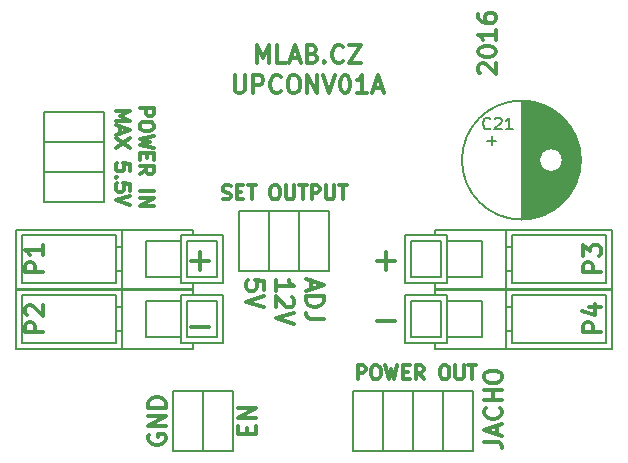
<source format=gbr>
G04 #@! TF.FileFunction,Legend,Top*
%FSLAX46Y46*%
G04 Gerber Fmt 4.6, Leading zero omitted, Abs format (unit mm)*
G04 Created by KiCad (PCBNEW 4.0.3-stable) date 09/22/16 07:48:20*
%MOMM*%
%LPD*%
G01*
G04 APERTURE LIST*
%ADD10C,0.500000*%
%ADD11C,0.300000*%
%ADD12C,0.150000*%
%ADD13C,0.304800*%
G04 APERTURE END LIST*
D10*
D11*
X8601143Y30301714D02*
X9801143Y30301714D01*
X8944000Y29901714D01*
X9801143Y29501714D01*
X8601143Y29501714D01*
X8944000Y28987428D02*
X8944000Y28415999D01*
X8601143Y29101713D02*
X9801143Y28701713D01*
X8601143Y28301713D01*
X9801143Y28015999D02*
X8601143Y27215999D01*
X9801143Y27215999D02*
X8601143Y28015999D01*
X9801143Y25273142D02*
X9801143Y25844571D01*
X9229714Y25901714D01*
X9286857Y25844571D01*
X9344000Y25730285D01*
X9344000Y25444571D01*
X9286857Y25330285D01*
X9229714Y25273142D01*
X9115429Y25215999D01*
X8829714Y25215999D01*
X8715429Y25273142D01*
X8658286Y25330285D01*
X8601143Y25444571D01*
X8601143Y25730285D01*
X8658286Y25844571D01*
X8715429Y25901714D01*
X8715429Y24701714D02*
X8658286Y24644571D01*
X8601143Y24701714D01*
X8658286Y24758857D01*
X8715429Y24701714D01*
X8601143Y24701714D01*
X9801143Y23558856D02*
X9801143Y24130285D01*
X9229714Y24187428D01*
X9286857Y24130285D01*
X9344000Y24015999D01*
X9344000Y23730285D01*
X9286857Y23615999D01*
X9229714Y23558856D01*
X9115429Y23501713D01*
X8829714Y23501713D01*
X8715429Y23558856D01*
X8658286Y23615999D01*
X8601143Y23730285D01*
X8601143Y24015999D01*
X8658286Y24130285D01*
X8715429Y24187428D01*
X9801143Y23158856D02*
X8601143Y22758856D01*
X9801143Y22358856D01*
X10633143Y30558858D02*
X11833143Y30558858D01*
X11833143Y30101715D01*
X11776000Y29987429D01*
X11718857Y29930286D01*
X11604571Y29873143D01*
X11433143Y29873143D01*
X11318857Y29930286D01*
X11261714Y29987429D01*
X11204571Y30101715D01*
X11204571Y30558858D01*
X11833143Y29130286D02*
X11833143Y28901715D01*
X11776000Y28787429D01*
X11661714Y28673143D01*
X11433143Y28616001D01*
X11033143Y28616001D01*
X10804571Y28673143D01*
X10690286Y28787429D01*
X10633143Y28901715D01*
X10633143Y29130286D01*
X10690286Y29244572D01*
X10804571Y29358858D01*
X11033143Y29416001D01*
X11433143Y29416001D01*
X11661714Y29358858D01*
X11776000Y29244572D01*
X11833143Y29130286D01*
X11833143Y28216000D02*
X10633143Y27930286D01*
X11490286Y27701715D01*
X10633143Y27473143D01*
X11833143Y27187429D01*
X11261714Y26730286D02*
X11261714Y26330286D01*
X10633143Y26158857D02*
X10633143Y26730286D01*
X11833143Y26730286D01*
X11833143Y26158857D01*
X10633143Y24958857D02*
X11204571Y25358857D01*
X10633143Y25644572D02*
X11833143Y25644572D01*
X11833143Y25187429D01*
X11776000Y25073143D01*
X11718857Y25016000D01*
X11604571Y24958857D01*
X11433143Y24958857D01*
X11318857Y25016000D01*
X11261714Y25073143D01*
X11204571Y25187429D01*
X11204571Y25644572D01*
X10633143Y23530286D02*
X11833143Y23530286D01*
X10633143Y22958857D02*
X11833143Y22958857D01*
X10633143Y22273142D01*
X11833143Y22273142D01*
X11442000Y2921143D02*
X11370571Y2778286D01*
X11370571Y2564000D01*
X11442000Y2349715D01*
X11584857Y2206857D01*
X11727714Y2135429D01*
X12013429Y2064000D01*
X12227714Y2064000D01*
X12513429Y2135429D01*
X12656286Y2206857D01*
X12799143Y2349715D01*
X12870571Y2564000D01*
X12870571Y2706857D01*
X12799143Y2921143D01*
X12727714Y2992572D01*
X12227714Y2992572D01*
X12227714Y2706857D01*
X12870571Y3635429D02*
X11370571Y3635429D01*
X12870571Y4492572D01*
X11370571Y4492572D01*
X12870571Y5206858D02*
X11370571Y5206858D01*
X11370571Y5564001D01*
X11442000Y5778286D01*
X11584857Y5921144D01*
X11727714Y5992572D01*
X12013429Y6064001D01*
X12227714Y6064001D01*
X12513429Y5992572D01*
X12656286Y5921144D01*
X12799143Y5778286D01*
X12870571Y5564001D01*
X12870571Y5206858D01*
X19704857Y2956857D02*
X19704857Y3456857D01*
X20490571Y3671143D02*
X20490571Y2956857D01*
X18990571Y2956857D01*
X18990571Y3671143D01*
X20490571Y4314000D02*
X18990571Y4314000D01*
X20490571Y5171143D01*
X18990571Y5171143D01*
X14986095Y12049143D02*
X16509905Y12049143D01*
X30734095Y12557143D02*
X32257905Y12557143D01*
X14986095Y17637143D02*
X16509905Y17637143D01*
X15748000Y16875238D02*
X15748000Y18399048D01*
X30734095Y17637143D02*
X32257905Y17637143D01*
X31496000Y16875238D02*
X31496000Y18399048D01*
X29093142Y7585143D02*
X29093142Y8785143D01*
X29550285Y8785143D01*
X29664571Y8728000D01*
X29721714Y8670857D01*
X29778857Y8556571D01*
X29778857Y8385143D01*
X29721714Y8270857D01*
X29664571Y8213714D01*
X29550285Y8156571D01*
X29093142Y8156571D01*
X30521714Y8785143D02*
X30750285Y8785143D01*
X30864571Y8728000D01*
X30978857Y8613714D01*
X31035999Y8385143D01*
X31035999Y7985143D01*
X30978857Y7756571D01*
X30864571Y7642286D01*
X30750285Y7585143D01*
X30521714Y7585143D01*
X30407428Y7642286D01*
X30293142Y7756571D01*
X30235999Y7985143D01*
X30235999Y8385143D01*
X30293142Y8613714D01*
X30407428Y8728000D01*
X30521714Y8785143D01*
X31436000Y8785143D02*
X31721714Y7585143D01*
X31950285Y8442286D01*
X32178857Y7585143D01*
X32464571Y8785143D01*
X32921714Y8213714D02*
X33321714Y8213714D01*
X33493143Y7585143D02*
X32921714Y7585143D01*
X32921714Y8785143D01*
X33493143Y8785143D01*
X34693143Y7585143D02*
X34293143Y8156571D01*
X34007428Y7585143D02*
X34007428Y8785143D01*
X34464571Y8785143D01*
X34578857Y8728000D01*
X34636000Y8670857D01*
X34693143Y8556571D01*
X34693143Y8385143D01*
X34636000Y8270857D01*
X34578857Y8213714D01*
X34464571Y8156571D01*
X34007428Y8156571D01*
X36350286Y8785143D02*
X36578857Y8785143D01*
X36693143Y8728000D01*
X36807429Y8613714D01*
X36864571Y8385143D01*
X36864571Y7985143D01*
X36807429Y7756571D01*
X36693143Y7642286D01*
X36578857Y7585143D01*
X36350286Y7585143D01*
X36236000Y7642286D01*
X36121714Y7756571D01*
X36064571Y7985143D01*
X36064571Y8385143D01*
X36121714Y8613714D01*
X36236000Y8728000D01*
X36350286Y8785143D01*
X37378857Y8785143D02*
X37378857Y7813714D01*
X37436000Y7699429D01*
X37493143Y7642286D01*
X37607429Y7585143D01*
X37836000Y7585143D01*
X37950286Y7642286D01*
X38007429Y7699429D01*
X38064572Y7813714D01*
X38064572Y8785143D01*
X38464572Y8785143D02*
X39150286Y8785143D01*
X38807429Y7585143D02*
X38807429Y8785143D01*
X25150000Y15970286D02*
X25150000Y15256000D01*
X24721429Y16113143D02*
X26221429Y15613143D01*
X24721429Y15113143D01*
X24721429Y14613143D02*
X26221429Y14613143D01*
X26221429Y14256000D01*
X26150000Y14041715D01*
X26007143Y13898857D01*
X25864286Y13827429D01*
X25578571Y13756000D01*
X25364286Y13756000D01*
X25078571Y13827429D01*
X24935714Y13898857D01*
X24792857Y14041715D01*
X24721429Y14256000D01*
X24721429Y14613143D01*
X26221429Y12684572D02*
X25150000Y12684572D01*
X24935714Y12756000D01*
X24792857Y12898857D01*
X24721429Y13113143D01*
X24721429Y13256000D01*
X22181429Y15113143D02*
X22181429Y15970286D01*
X22181429Y15541714D02*
X23681429Y15541714D01*
X23467143Y15684571D01*
X23324286Y15827429D01*
X23252857Y15970286D01*
X23538571Y14541715D02*
X23610000Y14470286D01*
X23681429Y14327429D01*
X23681429Y13970286D01*
X23610000Y13827429D01*
X23538571Y13756000D01*
X23395714Y13684572D01*
X23252857Y13684572D01*
X23038571Y13756000D01*
X22181429Y14613143D01*
X22181429Y13684572D01*
X23681429Y13256001D02*
X22181429Y12756001D01*
X23681429Y12256001D01*
X21141429Y15184571D02*
X21141429Y15898857D01*
X20427143Y15970286D01*
X20498571Y15898857D01*
X20570000Y15756000D01*
X20570000Y15398857D01*
X20498571Y15256000D01*
X20427143Y15184571D01*
X20284286Y15113143D01*
X19927143Y15113143D01*
X19784286Y15184571D01*
X19712857Y15256000D01*
X19641429Y15398857D01*
X19641429Y15756000D01*
X19712857Y15898857D01*
X19784286Y15970286D01*
X21141429Y14684572D02*
X19641429Y14184572D01*
X21141429Y13684572D01*
X17659999Y22882286D02*
X17831428Y22825143D01*
X18117142Y22825143D01*
X18231428Y22882286D01*
X18288571Y22939429D01*
X18345714Y23053714D01*
X18345714Y23168000D01*
X18288571Y23282286D01*
X18231428Y23339429D01*
X18117142Y23396571D01*
X17888571Y23453714D01*
X17774285Y23510857D01*
X17717142Y23568000D01*
X17659999Y23682286D01*
X17659999Y23796571D01*
X17717142Y23910857D01*
X17774285Y23968000D01*
X17888571Y24025143D01*
X18174285Y24025143D01*
X18345714Y23968000D01*
X18859999Y23453714D02*
X19259999Y23453714D01*
X19431428Y22825143D02*
X18859999Y22825143D01*
X18859999Y24025143D01*
X19431428Y24025143D01*
X19774285Y24025143D02*
X20459999Y24025143D01*
X20117142Y22825143D02*
X20117142Y24025143D01*
X22002857Y24025143D02*
X22231428Y24025143D01*
X22345714Y23968000D01*
X22460000Y23853714D01*
X22517142Y23625143D01*
X22517142Y23225143D01*
X22460000Y22996571D01*
X22345714Y22882286D01*
X22231428Y22825143D01*
X22002857Y22825143D01*
X21888571Y22882286D01*
X21774285Y22996571D01*
X21717142Y23225143D01*
X21717142Y23625143D01*
X21774285Y23853714D01*
X21888571Y23968000D01*
X22002857Y24025143D01*
X23031428Y24025143D02*
X23031428Y23053714D01*
X23088571Y22939429D01*
X23145714Y22882286D01*
X23260000Y22825143D01*
X23488571Y22825143D01*
X23602857Y22882286D01*
X23660000Y22939429D01*
X23717143Y23053714D01*
X23717143Y24025143D01*
X24117143Y24025143D02*
X24802857Y24025143D01*
X24460000Y22825143D02*
X24460000Y24025143D01*
X25202857Y22825143D02*
X25202857Y24025143D01*
X25660000Y24025143D01*
X25774286Y23968000D01*
X25831429Y23910857D01*
X25888572Y23796571D01*
X25888572Y23625143D01*
X25831429Y23510857D01*
X25774286Y23453714D01*
X25660000Y23396571D01*
X25202857Y23396571D01*
X26402857Y24025143D02*
X26402857Y23053714D01*
X26460000Y22939429D01*
X26517143Y22882286D01*
X26631429Y22825143D01*
X26860000Y22825143D01*
X26974286Y22882286D01*
X27031429Y22939429D01*
X27088572Y23053714D01*
X27088572Y24025143D01*
X27488572Y24025143D02*
X28174286Y24025143D01*
X27831429Y22825143D02*
X27831429Y24025143D01*
X39818571Y2330000D02*
X40890000Y2330000D01*
X41104286Y2258572D01*
X41247143Y2115715D01*
X41318571Y1901429D01*
X41318571Y1758572D01*
X40890000Y2972857D02*
X40890000Y3687143D01*
X41318571Y2830000D02*
X39818571Y3330000D01*
X41318571Y3830000D01*
X41175714Y5187143D02*
X41247143Y5115714D01*
X41318571Y4901428D01*
X41318571Y4758571D01*
X41247143Y4544286D01*
X41104286Y4401428D01*
X40961429Y4330000D01*
X40675714Y4258571D01*
X40461429Y4258571D01*
X40175714Y4330000D01*
X40032857Y4401428D01*
X39890000Y4544286D01*
X39818571Y4758571D01*
X39818571Y4901428D01*
X39890000Y5115714D01*
X39961429Y5187143D01*
X41318571Y5830000D02*
X39818571Y5830000D01*
X40532857Y5830000D02*
X40532857Y6687143D01*
X41318571Y6687143D02*
X39818571Y6687143D01*
X39818571Y7687143D02*
X39818571Y7972857D01*
X39890000Y8115715D01*
X40032857Y8258572D01*
X40318571Y8330000D01*
X40818571Y8330000D01*
X41104286Y8258572D01*
X41247143Y8115715D01*
X41318571Y7972857D01*
X41318571Y7687143D01*
X41247143Y7544286D01*
X41104286Y7401429D01*
X40818571Y7330000D01*
X40318571Y7330000D01*
X40032857Y7401429D01*
X39890000Y7544286D01*
X39818571Y7687143D01*
X39453429Y33496572D02*
X39382000Y33568001D01*
X39310571Y33710858D01*
X39310571Y34068001D01*
X39382000Y34210858D01*
X39453429Y34282287D01*
X39596286Y34353715D01*
X39739143Y34353715D01*
X39953429Y34282287D01*
X40810571Y33425144D01*
X40810571Y34353715D01*
X39310571Y35282286D02*
X39310571Y35425143D01*
X39382000Y35568000D01*
X39453429Y35639429D01*
X39596286Y35710858D01*
X39882000Y35782286D01*
X40239143Y35782286D01*
X40524857Y35710858D01*
X40667714Y35639429D01*
X40739143Y35568000D01*
X40810571Y35425143D01*
X40810571Y35282286D01*
X40739143Y35139429D01*
X40667714Y35068000D01*
X40524857Y34996572D01*
X40239143Y34925143D01*
X39882000Y34925143D01*
X39596286Y34996572D01*
X39453429Y35068000D01*
X39382000Y35139429D01*
X39310571Y35282286D01*
X40810571Y37210857D02*
X40810571Y36353714D01*
X40810571Y36782286D02*
X39310571Y36782286D01*
X39524857Y36639429D01*
X39667714Y36496571D01*
X39739143Y36353714D01*
X39310571Y38496571D02*
X39310571Y38210857D01*
X39382000Y38068000D01*
X39453429Y37996571D01*
X39667714Y37853714D01*
X39953429Y37782285D01*
X40524857Y37782285D01*
X40667714Y37853714D01*
X40739143Y37925142D01*
X40810571Y38068000D01*
X40810571Y38353714D01*
X40739143Y38496571D01*
X40667714Y38568000D01*
X40524857Y38639428D01*
X40167714Y38639428D01*
X40024857Y38568000D01*
X39953429Y38496571D01*
X39882000Y38353714D01*
X39882000Y38068000D01*
X39953429Y37925142D01*
X40024857Y37853714D01*
X40167714Y37782285D01*
X20570572Y34373429D02*
X20570572Y35873429D01*
X21070572Y34802000D01*
X21570572Y35873429D01*
X21570572Y34373429D01*
X22999144Y34373429D02*
X22284858Y34373429D01*
X22284858Y35873429D01*
X23427715Y34802000D02*
X24142001Y34802000D01*
X23284858Y34373429D02*
X23784858Y35873429D01*
X24284858Y34373429D01*
X25284858Y35159143D02*
X25499144Y35087714D01*
X25570572Y35016286D01*
X25642001Y34873429D01*
X25642001Y34659143D01*
X25570572Y34516286D01*
X25499144Y34444857D01*
X25356286Y34373429D01*
X24784858Y34373429D01*
X24784858Y35873429D01*
X25284858Y35873429D01*
X25427715Y35802000D01*
X25499144Y35730571D01*
X25570572Y35587714D01*
X25570572Y35444857D01*
X25499144Y35302000D01*
X25427715Y35230571D01*
X25284858Y35159143D01*
X24784858Y35159143D01*
X26284858Y34516286D02*
X26356286Y34444857D01*
X26284858Y34373429D01*
X26213429Y34444857D01*
X26284858Y34516286D01*
X26284858Y34373429D01*
X27856287Y34516286D02*
X27784858Y34444857D01*
X27570572Y34373429D01*
X27427715Y34373429D01*
X27213430Y34444857D01*
X27070572Y34587714D01*
X26999144Y34730571D01*
X26927715Y35016286D01*
X26927715Y35230571D01*
X26999144Y35516286D01*
X27070572Y35659143D01*
X27213430Y35802000D01*
X27427715Y35873429D01*
X27570572Y35873429D01*
X27784858Y35802000D01*
X27856287Y35730571D01*
X28356287Y35873429D02*
X29356287Y35873429D01*
X28356287Y34373429D01*
X29356287Y34373429D01*
X18677715Y33333429D02*
X18677715Y32119143D01*
X18749143Y31976286D01*
X18820572Y31904857D01*
X18963429Y31833429D01*
X19249143Y31833429D01*
X19392001Y31904857D01*
X19463429Y31976286D01*
X19534858Y32119143D01*
X19534858Y33333429D01*
X20249144Y31833429D02*
X20249144Y33333429D01*
X20820572Y33333429D01*
X20963430Y33262000D01*
X21034858Y33190571D01*
X21106287Y33047714D01*
X21106287Y32833429D01*
X21034858Y32690571D01*
X20963430Y32619143D01*
X20820572Y32547714D01*
X20249144Y32547714D01*
X22606287Y31976286D02*
X22534858Y31904857D01*
X22320572Y31833429D01*
X22177715Y31833429D01*
X21963430Y31904857D01*
X21820572Y32047714D01*
X21749144Y32190571D01*
X21677715Y32476286D01*
X21677715Y32690571D01*
X21749144Y32976286D01*
X21820572Y33119143D01*
X21963430Y33262000D01*
X22177715Y33333429D01*
X22320572Y33333429D01*
X22534858Y33262000D01*
X22606287Y33190571D01*
X23534858Y33333429D02*
X23820572Y33333429D01*
X23963430Y33262000D01*
X24106287Y33119143D01*
X24177715Y32833429D01*
X24177715Y32333429D01*
X24106287Y32047714D01*
X23963430Y31904857D01*
X23820572Y31833429D01*
X23534858Y31833429D01*
X23392001Y31904857D01*
X23249144Y32047714D01*
X23177715Y32333429D01*
X23177715Y32833429D01*
X23249144Y33119143D01*
X23392001Y33262000D01*
X23534858Y33333429D01*
X24820573Y31833429D02*
X24820573Y33333429D01*
X25677716Y31833429D01*
X25677716Y33333429D01*
X26177716Y33333429D02*
X26677716Y31833429D01*
X27177716Y33333429D01*
X27963430Y33333429D02*
X28106287Y33333429D01*
X28249144Y33262000D01*
X28320573Y33190571D01*
X28392002Y33047714D01*
X28463430Y32762000D01*
X28463430Y32404857D01*
X28392002Y32119143D01*
X28320573Y31976286D01*
X28249144Y31904857D01*
X28106287Y31833429D01*
X27963430Y31833429D01*
X27820573Y31904857D01*
X27749144Y31976286D01*
X27677716Y32119143D01*
X27606287Y32404857D01*
X27606287Y32762000D01*
X27677716Y33047714D01*
X27749144Y33190571D01*
X27820573Y33262000D01*
X27963430Y33333429D01*
X29892001Y31833429D02*
X29034858Y31833429D01*
X29463430Y31833429D02*
X29463430Y33333429D01*
X29320573Y33119143D01*
X29177715Y32976286D01*
X29034858Y32904857D01*
X30463429Y32262000D02*
X31177715Y32262000D01*
X30320572Y31833429D02*
X30820572Y33333429D01*
X31320572Y31833429D01*
D12*
X35640000Y15200000D02*
X35640000Y14700000D01*
X35640000Y10700000D02*
X35640000Y10200000D01*
X41640000Y15200100D02*
X41640000Y10199900D01*
X50640000Y15200100D02*
X50640000Y10199900D01*
X33640000Y14201000D02*
X33640000Y11199000D01*
X36139900Y14201000D02*
X36139900Y11199000D01*
X33139900Y10700000D02*
X33139900Y14700000D01*
X36640000Y10700000D02*
X36640000Y14700000D01*
X39640000Y14200100D02*
X39640000Y11199900D01*
X42140100Y10700000D02*
X42140100Y14700000D01*
X50140100Y14700000D02*
X50140100Y10700000D01*
X42140100Y13700000D02*
X41640000Y13700000D01*
X36139900Y14200000D02*
X33640000Y14200000D01*
X36640000Y14700000D02*
X33139900Y14700000D01*
X42140100Y11700000D02*
X41640000Y11700000D01*
X36139900Y11200000D02*
X33640000Y11200000D01*
X36640000Y10700000D02*
X33139000Y10700000D01*
X39640000Y14200000D02*
X36640000Y14200000D01*
X50140100Y14700000D02*
X42140100Y14700000D01*
X41640000Y15200000D02*
X35640000Y15200000D01*
X39640000Y11200000D02*
X36640000Y11200000D01*
X50140100Y10700000D02*
X42140100Y10700000D01*
X41640000Y10200000D02*
X35640000Y10200000D01*
X41640000Y15200000D02*
X50640000Y15200000D01*
X50640000Y10200000D02*
X41640000Y10200000D01*
X35640000Y20280000D02*
X35640000Y19780000D01*
X35640000Y15780000D02*
X35640000Y15280000D01*
X41640000Y20280100D02*
X41640000Y15279900D01*
X50640000Y20280100D02*
X50640000Y15279900D01*
X33640000Y19281000D02*
X33640000Y16279000D01*
X36139900Y19281000D02*
X36139900Y16279000D01*
X33139900Y15780000D02*
X33139900Y19780000D01*
X36640000Y15780000D02*
X36640000Y19780000D01*
X39640000Y19280100D02*
X39640000Y16279900D01*
X42140100Y15780000D02*
X42140100Y19780000D01*
X50140100Y19780000D02*
X50140100Y15780000D01*
X42140100Y18780000D02*
X41640000Y18780000D01*
X36139900Y19280000D02*
X33640000Y19280000D01*
X36640000Y19780000D02*
X33139900Y19780000D01*
X42140100Y16780000D02*
X41640000Y16780000D01*
X36139900Y16280000D02*
X33640000Y16280000D01*
X36640000Y15780000D02*
X33139000Y15780000D01*
X39640000Y19280000D02*
X36640000Y19280000D01*
X50140100Y19780000D02*
X42140100Y19780000D01*
X41640000Y20280000D02*
X35640000Y20280000D01*
X39640000Y16280000D02*
X36640000Y16280000D01*
X50140100Y15780000D02*
X42140100Y15780000D01*
X41640000Y15280000D02*
X35640000Y15280000D01*
X41640000Y20280000D02*
X50640000Y20280000D01*
X50640000Y15280000D02*
X41640000Y15280000D01*
X15160000Y10200000D02*
X15160000Y10700000D01*
X15160000Y14700000D02*
X15160000Y15200000D01*
X9160000Y10199900D02*
X9160000Y15200100D01*
X160000Y10199900D02*
X160000Y15200100D01*
X17160000Y11199000D02*
X17160000Y14201000D01*
X14660100Y11199000D02*
X14660100Y14201000D01*
X17660100Y14700000D02*
X17660100Y10700000D01*
X14160000Y14700000D02*
X14160000Y10700000D01*
X11160000Y11199900D02*
X11160000Y14200100D01*
X8659900Y14700000D02*
X8659900Y10700000D01*
X659900Y10700000D02*
X659900Y14700000D01*
X8659900Y11700000D02*
X9160000Y11700000D01*
X14660100Y11200000D02*
X17160000Y11200000D01*
X14160000Y10700000D02*
X17660100Y10700000D01*
X8659900Y13700000D02*
X9160000Y13700000D01*
X14660100Y14200000D02*
X17160000Y14200000D01*
X14160000Y14700000D02*
X17661000Y14700000D01*
X11160000Y11200000D02*
X14160000Y11200000D01*
X659900Y10700000D02*
X8659900Y10700000D01*
X9160000Y10200000D02*
X15160000Y10200000D01*
X11160000Y14200000D02*
X14160000Y14200000D01*
X659900Y14700000D02*
X8659900Y14700000D01*
X9160000Y15200000D02*
X15160000Y15200000D01*
X9160000Y10200000D02*
X160000Y10200000D01*
X160000Y15200000D02*
X9160000Y15200000D01*
X15160000Y15280000D02*
X15160000Y15780000D01*
X15160000Y19780000D02*
X15160000Y20280000D01*
X9160000Y15279900D02*
X9160000Y20280100D01*
X160000Y15279900D02*
X160000Y20280100D01*
X17160000Y16279000D02*
X17160000Y19281000D01*
X14660100Y16279000D02*
X14660100Y19281000D01*
X17660100Y19780000D02*
X17660100Y15780000D01*
X14160000Y19780000D02*
X14160000Y15780000D01*
X11160000Y16279900D02*
X11160000Y19280100D01*
X8659900Y19780000D02*
X8659900Y15780000D01*
X659900Y15780000D02*
X659900Y19780000D01*
X8659900Y16780000D02*
X9160000Y16780000D01*
X14660100Y16280000D02*
X17160000Y16280000D01*
X14160000Y15780000D02*
X17660100Y15780000D01*
X8659900Y18780000D02*
X9160000Y18780000D01*
X14660100Y19280000D02*
X17160000Y19280000D01*
X14160000Y19780000D02*
X17661000Y19780000D01*
X11160000Y16280000D02*
X14160000Y16280000D01*
X659900Y15780000D02*
X8659900Y15780000D01*
X9160000Y15280000D02*
X15160000Y15280000D01*
X11160000Y19280000D02*
X14160000Y19280000D01*
X659900Y19780000D02*
X8659900Y19780000D01*
X9160000Y20280000D02*
X15160000Y20280000D01*
X9160000Y15280000D02*
X160000Y15280000D01*
X160000Y20280000D02*
X9160000Y20280000D01*
X2540000Y22606000D02*
X2540000Y25146000D01*
X2540000Y25146000D02*
X7620000Y25146000D01*
X7620000Y25146000D02*
X7620000Y22606000D01*
X7620000Y22606000D02*
X2540000Y22606000D01*
X2540000Y25146000D02*
X2540000Y27686000D01*
X2540000Y27686000D02*
X7620000Y27686000D01*
X7620000Y27686000D02*
X7620000Y25146000D01*
X7620000Y25146000D02*
X2540000Y25146000D01*
X13462000Y6604000D02*
X16002000Y6604000D01*
X16002000Y6604000D02*
X16002000Y1524000D01*
X16002000Y1524000D02*
X13462000Y1524000D01*
X13462000Y1524000D02*
X13462000Y6604000D01*
X33782000Y1524000D02*
X31242000Y1524000D01*
X31242000Y1524000D02*
X31242000Y6604000D01*
X31242000Y6604000D02*
X33782000Y6604000D01*
X33782000Y6604000D02*
X33782000Y1524000D01*
X36322000Y1524000D02*
X33782000Y1524000D01*
X33782000Y1524000D02*
X33782000Y6604000D01*
X33782000Y6604000D02*
X36322000Y6604000D01*
X36322000Y6604000D02*
X36322000Y1524000D01*
X38862000Y1524000D02*
X36322000Y1524000D01*
X36322000Y1524000D02*
X36322000Y6604000D01*
X36322000Y6604000D02*
X38862000Y6604000D01*
X38862000Y6604000D02*
X38862000Y1524000D01*
X26670000Y16764000D02*
X24130000Y16764000D01*
X24130000Y16764000D02*
X24130000Y21844000D01*
X24130000Y21844000D02*
X26670000Y21844000D01*
X26670000Y21844000D02*
X26670000Y16764000D01*
X21590000Y16764000D02*
X19050000Y16764000D01*
X19050000Y16764000D02*
X19050000Y21844000D01*
X19050000Y21844000D02*
X21590000Y21844000D01*
X21590000Y21844000D02*
X21590000Y16764000D01*
X24130000Y16764000D02*
X21590000Y16764000D01*
X21590000Y16764000D02*
X21590000Y21844000D01*
X21590000Y21844000D02*
X24130000Y21844000D01*
X24130000Y21844000D02*
X24130000Y16764000D01*
X2540000Y27686000D02*
X2540000Y30226000D01*
X2540000Y30226000D02*
X7620000Y30226000D01*
X7620000Y30226000D02*
X7620000Y27686000D01*
X7620000Y27686000D02*
X2540000Y27686000D01*
X16002000Y6604000D02*
X18542000Y6604000D01*
X18542000Y6604000D02*
X18542000Y1524000D01*
X18542000Y1524000D02*
X16002000Y1524000D01*
X16002000Y1524000D02*
X16002000Y6604000D01*
X31242000Y1524000D02*
X28702000Y1524000D01*
X28702000Y1524000D02*
X28702000Y6604000D01*
X28702000Y6604000D02*
X31242000Y6604000D01*
X31242000Y6604000D02*
X31242000Y1524000D01*
X43041000Y31161000D02*
X43041000Y21163000D01*
X43181000Y31157000D02*
X43181000Y21167000D01*
X43321000Y31149000D02*
X43321000Y21175000D01*
X43461000Y31137000D02*
X43461000Y21187000D01*
X43601000Y31122000D02*
X43601000Y21202000D01*
X43741000Y31102000D02*
X43741000Y21222000D01*
X43881000Y31078000D02*
X43881000Y21246000D01*
X44021000Y31049000D02*
X44021000Y21275000D01*
X44161000Y31017000D02*
X44161000Y21307000D01*
X44301000Y30980000D02*
X44301000Y21344000D01*
X44441000Y30939000D02*
X44441000Y21385000D01*
X44581000Y30894000D02*
X44581000Y26628000D01*
X44581000Y25696000D02*
X44581000Y21430000D01*
X44721000Y30844000D02*
X44721000Y26829000D01*
X44721000Y25495000D02*
X44721000Y21480000D01*
X44861000Y30789000D02*
X44861000Y26958000D01*
X44861000Y25366000D02*
X44861000Y21535000D01*
X45001000Y30729000D02*
X45001000Y27047000D01*
X45001000Y25277000D02*
X45001000Y21595000D01*
X45141000Y30664000D02*
X45141000Y27108000D01*
X45141000Y25216000D02*
X45141000Y21660000D01*
X45281000Y30594000D02*
X45281000Y27145000D01*
X45281000Y25179000D02*
X45281000Y21730000D01*
X45421000Y30518000D02*
X45421000Y27161000D01*
X45421000Y25163000D02*
X45421000Y21806000D01*
X45561000Y30436000D02*
X45561000Y27157000D01*
X45561000Y25167000D02*
X45561000Y21888000D01*
X45701000Y30348000D02*
X45701000Y27134000D01*
X45701000Y25190000D02*
X45701000Y21976000D01*
X45841000Y30253000D02*
X45841000Y27089000D01*
X45841000Y25235000D02*
X45841000Y22071000D01*
X45981000Y30151000D02*
X45981000Y27019000D01*
X45981000Y25305000D02*
X45981000Y22173000D01*
X46121000Y30041000D02*
X46121000Y26918000D01*
X46121000Y25406000D02*
X46121000Y22283000D01*
X46261000Y29923000D02*
X46261000Y26769000D01*
X46261000Y25555000D02*
X46261000Y22401000D01*
X46401000Y29795000D02*
X46401000Y26517000D01*
X46401000Y25807000D02*
X46401000Y22529000D01*
X46541000Y29658000D02*
X46541000Y22666000D01*
X46681000Y29508000D02*
X46681000Y22816000D01*
X46821000Y29346000D02*
X46821000Y22978000D01*
X46961000Y29169000D02*
X46961000Y23155000D01*
X47101000Y28973000D02*
X47101000Y23351000D01*
X47241000Y28755000D02*
X47241000Y23569000D01*
X47381000Y28509000D02*
X47381000Y23815000D01*
X47521000Y28224000D02*
X47521000Y24100000D01*
X47661000Y27882000D02*
X47661000Y24442000D01*
X47801000Y27436000D02*
X47801000Y24888000D01*
X47941000Y26661000D02*
X47941000Y25663000D01*
X46466000Y26162000D02*
G75*
G03X46466000Y26162000I-1000000J0D01*
G01*
X48003500Y26162000D02*
G75*
G03X48003500Y26162000I-5037500J0D01*
G01*
D13*
X49711429Y11575143D02*
X48187429Y11575143D01*
X48187429Y12155715D01*
X48260000Y12300857D01*
X48332571Y12373429D01*
X48477714Y12446000D01*
X48695429Y12446000D01*
X48840571Y12373429D01*
X48913143Y12300857D01*
X48985714Y12155715D01*
X48985714Y11575143D01*
X48695429Y13752286D02*
X49711429Y13752286D01*
X48114857Y13389429D02*
X49203429Y13026572D01*
X49203429Y13970000D01*
X49711429Y16655143D02*
X48187429Y16655143D01*
X48187429Y17235715D01*
X48260000Y17380857D01*
X48332571Y17453429D01*
X48477714Y17526000D01*
X48695429Y17526000D01*
X48840571Y17453429D01*
X48913143Y17380857D01*
X48985714Y17235715D01*
X48985714Y16655143D01*
X48187429Y18034000D02*
X48187429Y18977429D01*
X48768000Y18469429D01*
X48768000Y18687143D01*
X48840571Y18832286D01*
X48913143Y18904857D01*
X49058286Y18977429D01*
X49421143Y18977429D01*
X49566286Y18904857D01*
X49638857Y18832286D01*
X49711429Y18687143D01*
X49711429Y18251715D01*
X49638857Y18106572D01*
X49566286Y18034000D01*
X2467429Y11575143D02*
X943429Y11575143D01*
X943429Y12155715D01*
X1016000Y12300857D01*
X1088571Y12373429D01*
X1233714Y12446000D01*
X1451429Y12446000D01*
X1596571Y12373429D01*
X1669143Y12300857D01*
X1741714Y12155715D01*
X1741714Y11575143D01*
X1088571Y13026572D02*
X1016000Y13099143D01*
X943429Y13244286D01*
X943429Y13607143D01*
X1016000Y13752286D01*
X1088571Y13824857D01*
X1233714Y13897429D01*
X1378857Y13897429D01*
X1596571Y13824857D01*
X2467429Y12954000D01*
X2467429Y13897429D01*
X2467429Y16655143D02*
X943429Y16655143D01*
X943429Y17235715D01*
X1016000Y17380857D01*
X1088571Y17453429D01*
X1233714Y17526000D01*
X1451429Y17526000D01*
X1596571Y17453429D01*
X1669143Y17380857D01*
X1741714Y17235715D01*
X1741714Y16655143D01*
X2467429Y18977429D02*
X2467429Y18106572D01*
X2467429Y18542000D02*
X943429Y18542000D01*
X1161143Y18396857D01*
X1306286Y18251715D01*
X1378857Y18106572D01*
D12*
X40331143Y28852857D02*
X40283524Y28805238D01*
X40140667Y28757619D01*
X40045429Y28757619D01*
X39902571Y28805238D01*
X39807333Y28900476D01*
X39759714Y28995714D01*
X39712095Y29186190D01*
X39712095Y29329048D01*
X39759714Y29519524D01*
X39807333Y29614762D01*
X39902571Y29710000D01*
X40045429Y29757619D01*
X40140667Y29757619D01*
X40283524Y29710000D01*
X40331143Y29662381D01*
X40712095Y29662381D02*
X40759714Y29710000D01*
X40854952Y29757619D01*
X41093048Y29757619D01*
X41188286Y29710000D01*
X41235905Y29662381D01*
X41283524Y29567143D01*
X41283524Y29471905D01*
X41235905Y29329048D01*
X40664476Y28757619D01*
X41283524Y28757619D01*
X42235905Y28757619D02*
X41664476Y28757619D01*
X41950190Y28757619D02*
X41950190Y29757619D01*
X41854952Y29614762D01*
X41759714Y29519524D01*
X41664476Y29471905D01*
X40085048Y27779671D02*
X40846953Y27779671D01*
X40466001Y27398719D02*
X40466001Y28160624D01*
M02*

</source>
